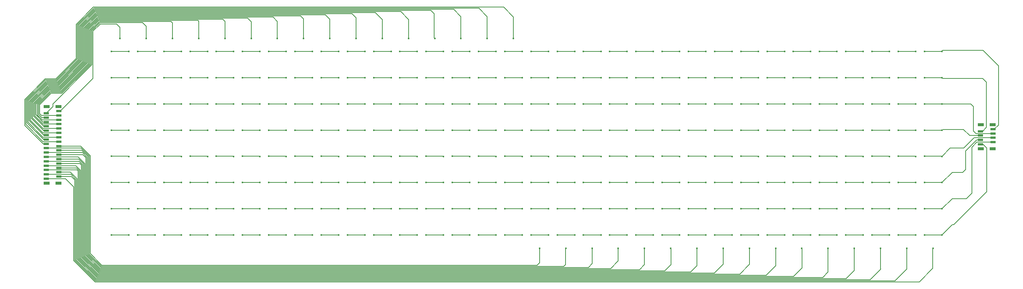
<source format=gbl>
G04 #@! TF.GenerationSoftware,KiCad,Pcbnew,6.0.8+dfsg-1~bpo11+1*
G04 #@! TF.CreationDate,2023-06-19T09:59:53-04:00*
G04 #@! TF.ProjectId,08_padded_interleaved_loose,30385f70-6164-4646-9564-5f696e746572,rev?*
G04 #@! TF.SameCoordinates,Original*
G04 #@! TF.FileFunction,Copper,L2,Bot*
G04 #@! TF.FilePolarity,Positive*
%FSLAX46Y46*%
G04 Gerber Fmt 4.6, Leading zero omitted, Abs format (unit mm)*
G04 Created by KiCad (PCBNEW 6.0.8+dfsg-1~bpo11+1) date 2023-06-19 09:59:53*
%MOMM*%
%LPD*%
G01*
G04 APERTURE LIST*
G04 #@! TA.AperFunction,SMDPad,CuDef*
%ADD10R,1.200000X0.600000*%
G04 #@! TD*
G04 #@! TA.AperFunction,SMDPad,CuDef*
%ADD11R,1.400000X0.800000*%
G04 #@! TD*
G04 #@! TA.AperFunction,ViaPad*
%ADD12C,0.400000*%
G04 #@! TD*
G04 #@! TA.AperFunction,Conductor*
%ADD13C,0.127000*%
G04 #@! TD*
G04 APERTURE END LIST*
D10*
X52125000Y-72625000D03*
X49225000Y-73125000D03*
X52125000Y-73625000D03*
X49225000Y-74125000D03*
X52125000Y-74625000D03*
X49225000Y-75125000D03*
X52125000Y-75625000D03*
X49225000Y-76125000D03*
X52125000Y-76625000D03*
X49225000Y-77125000D03*
X52125000Y-77625000D03*
X49225000Y-78125000D03*
X52125000Y-78625000D03*
X49225000Y-79125000D03*
X52125000Y-79625000D03*
X49225000Y-80125000D03*
X52125000Y-80625000D03*
X49225000Y-81125000D03*
X52125000Y-81625000D03*
X49225000Y-82125000D03*
X52125000Y-82625000D03*
X49225000Y-83125000D03*
X52125000Y-83625000D03*
X49225000Y-84125000D03*
X52125000Y-84625000D03*
X49225000Y-85125000D03*
X52125000Y-85625000D03*
X49225000Y-86125000D03*
X52125000Y-86625000D03*
X49225000Y-87125000D03*
X52125000Y-87625000D03*
X49225000Y-88125000D03*
D11*
X52025000Y-71625000D03*
X49325000Y-71625000D03*
X52025000Y-89125000D03*
X49325000Y-89125000D03*
D10*
X265775000Y-76750000D03*
X262875000Y-77250000D03*
X265775000Y-77750000D03*
X262875000Y-78250000D03*
X265775000Y-78750000D03*
X262875000Y-79250000D03*
X265775000Y-79750000D03*
X262875000Y-80250000D03*
D11*
X265675000Y-75750000D03*
X262975000Y-75750000D03*
X265675000Y-81250000D03*
X262975000Y-81250000D03*
D12*
X178100000Y-58990000D03*
X244100000Y-58990000D03*
X98080000Y-59000000D03*
X140080000Y-59000000D03*
X202100000Y-58990000D03*
X76100000Y-58990000D03*
X176080000Y-59000000D03*
X130100000Y-58990000D03*
X220100000Y-58990000D03*
X226100000Y-58990000D03*
X112100000Y-58990000D03*
X188080000Y-59000000D03*
X236080000Y-59000000D03*
X172100000Y-58990000D03*
X142100000Y-58990000D03*
X254080000Y-59000000D03*
X242080000Y-59000000D03*
X166100000Y-58990000D03*
X250100000Y-58990000D03*
X200080000Y-59000000D03*
X224080000Y-59000000D03*
X134080000Y-59000000D03*
X80080000Y-59000000D03*
X124100000Y-58990000D03*
X160100000Y-58990000D03*
X184100000Y-58990000D03*
X208100000Y-58990000D03*
X136100000Y-58990000D03*
X128080000Y-59000000D03*
X116080000Y-59000000D03*
X212080000Y-59000000D03*
X248080000Y-59000000D03*
X68080000Y-59000000D03*
X86080000Y-59000000D03*
X196100000Y-58990000D03*
X122080000Y-59000000D03*
X100100000Y-58990000D03*
X232100000Y-58990000D03*
X182080000Y-59000000D03*
X238100000Y-58990000D03*
X74080000Y-59000000D03*
X70100000Y-58990000D03*
X194080000Y-59000000D03*
X88100000Y-58990000D03*
X230080000Y-59000000D03*
X104080000Y-59000000D03*
X118100000Y-58990000D03*
X154100000Y-58990000D03*
X106100000Y-58990000D03*
X218080000Y-59000000D03*
X158080000Y-59000000D03*
X170080000Y-59000000D03*
X64100000Y-58990000D03*
X214100000Y-58990000D03*
X94100000Y-58990000D03*
X110080000Y-59000000D03*
X164080000Y-59000000D03*
X92080000Y-59000000D03*
X146080000Y-59000000D03*
X148100000Y-58990000D03*
X190100000Y-58990000D03*
X82100000Y-58990000D03*
X206080000Y-59000000D03*
X152080000Y-59000000D03*
X208100000Y-64990000D03*
X218080000Y-65000000D03*
X122080000Y-65000000D03*
X152080000Y-65000000D03*
X188080000Y-65000000D03*
X146080000Y-65000000D03*
X134080000Y-65000000D03*
X164080000Y-65000000D03*
X154100000Y-64990000D03*
X230080000Y-65000000D03*
X238100000Y-64990000D03*
X226100000Y-64990000D03*
X112100000Y-64990000D03*
X148100000Y-64990000D03*
X130100000Y-64990000D03*
X92080000Y-65000000D03*
X254080000Y-65000000D03*
X104080000Y-65000000D03*
X64100000Y-64990000D03*
X194080000Y-65000000D03*
X98080000Y-65000000D03*
X236080000Y-65000000D03*
X250100000Y-64990000D03*
X176080000Y-65000000D03*
X82100000Y-64990000D03*
X196100000Y-64990000D03*
X124100000Y-64990000D03*
X224080000Y-65000000D03*
X86080000Y-65000000D03*
X118100000Y-64990000D03*
X160100000Y-64990000D03*
X94100000Y-64990000D03*
X220100000Y-64990000D03*
X172100000Y-64990000D03*
X190100000Y-64990000D03*
X140080000Y-65000000D03*
X136100000Y-64990000D03*
X184100000Y-64990000D03*
X182080000Y-65000000D03*
X80080000Y-65000000D03*
X106100000Y-64990000D03*
X248080000Y-65000000D03*
X206080000Y-65000000D03*
X166100000Y-64990000D03*
X68080000Y-65000000D03*
X200080000Y-65000000D03*
X76100000Y-64990000D03*
X70100000Y-64990000D03*
X242080000Y-65000000D03*
X100100000Y-64990000D03*
X128080000Y-65000000D03*
X110080000Y-65000000D03*
X214100000Y-64990000D03*
X212080000Y-65000000D03*
X244100000Y-64990000D03*
X158080000Y-65000000D03*
X142100000Y-64990000D03*
X202100000Y-64990000D03*
X232100000Y-64990000D03*
X88100000Y-64990000D03*
X178100000Y-64990000D03*
X74080000Y-65000000D03*
X116080000Y-65000000D03*
X170080000Y-65000000D03*
X134080000Y-71000000D03*
X86080000Y-71000000D03*
X224080000Y-71000000D03*
X244100000Y-70990000D03*
X74080000Y-71000000D03*
X106100000Y-70990000D03*
X154100000Y-70990000D03*
X104080000Y-71000000D03*
X92080000Y-71000000D03*
X112100000Y-70990000D03*
X68080000Y-71000000D03*
X166100000Y-70990000D03*
X136100000Y-70990000D03*
X110080000Y-71000000D03*
X70100000Y-70990000D03*
X140080000Y-71000000D03*
X208100000Y-70990000D03*
X254080000Y-71000000D03*
X160100000Y-70990000D03*
X100100000Y-70990000D03*
X188080000Y-71000000D03*
X170080000Y-71000000D03*
X76100000Y-70990000D03*
X226100000Y-70990000D03*
X130100000Y-70990000D03*
X250100000Y-70990000D03*
X238100000Y-70990000D03*
X200080000Y-71000000D03*
X214100000Y-70990000D03*
X124100000Y-70990000D03*
X98080000Y-71000000D03*
X64100000Y-70990000D03*
X190100000Y-70990000D03*
X182080000Y-71000000D03*
X220100000Y-70990000D03*
X82100000Y-70990000D03*
X178100000Y-70990000D03*
X206080000Y-71000000D03*
X158080000Y-71000000D03*
X196100000Y-70990000D03*
X128080000Y-71000000D03*
X142100000Y-70990000D03*
X164080000Y-71000000D03*
X194080000Y-71000000D03*
X242080000Y-71000000D03*
X232100000Y-70990000D03*
X88100000Y-70990000D03*
X184100000Y-70990000D03*
X248080000Y-71000000D03*
X118100000Y-70990000D03*
X116080000Y-71000000D03*
X122080000Y-71000000D03*
X176080000Y-71000000D03*
X80080000Y-71000000D03*
X218080000Y-71000000D03*
X172100000Y-70990000D03*
X212080000Y-71000000D03*
X152080000Y-71000000D03*
X236080000Y-71000000D03*
X202100000Y-70990000D03*
X230080000Y-71000000D03*
X148100000Y-70990000D03*
X146080000Y-71000000D03*
X94100000Y-70990000D03*
X212080000Y-77000000D03*
X250100000Y-76990000D03*
X166100000Y-76990000D03*
X68080000Y-77000000D03*
X76100000Y-76990000D03*
X148100000Y-76990000D03*
X122080000Y-77000000D03*
X104080000Y-77000000D03*
X88100000Y-76990000D03*
X142100000Y-76990000D03*
X154100000Y-76990000D03*
X116080000Y-77000000D03*
X140080000Y-77000000D03*
X64100000Y-76990000D03*
X184100000Y-76990000D03*
X200080000Y-77000000D03*
X74080000Y-77000000D03*
X110080000Y-77000000D03*
X214100000Y-76990000D03*
X220100000Y-76990000D03*
X206080000Y-77000000D03*
X254080000Y-77000000D03*
X238100000Y-76990000D03*
X70100000Y-76990000D03*
X146080000Y-77000000D03*
X112100000Y-76990000D03*
X182080000Y-77000000D03*
X244100000Y-76990000D03*
X202100000Y-76990000D03*
X136100000Y-76990000D03*
X248080000Y-77000000D03*
X176080000Y-77000000D03*
X178100000Y-76990000D03*
X80080000Y-77000000D03*
X134080000Y-77000000D03*
X164080000Y-77000000D03*
X194080000Y-77000000D03*
X118100000Y-76990000D03*
X232100000Y-76990000D03*
X230080000Y-77000000D03*
X94100000Y-76990000D03*
X160100000Y-76990000D03*
X124100000Y-76990000D03*
X152080000Y-77000000D03*
X172100000Y-76990000D03*
X158080000Y-77000000D03*
X208100000Y-76990000D03*
X130100000Y-76990000D03*
X128080000Y-77000000D03*
X170080000Y-77000000D03*
X188080000Y-77000000D03*
X226100000Y-76990000D03*
X224080000Y-77000000D03*
X236080000Y-77000000D03*
X86080000Y-77000000D03*
X190100000Y-76990000D03*
X82100000Y-76990000D03*
X100100000Y-76990000D03*
X218080000Y-77000000D03*
X92080000Y-77000000D03*
X196100000Y-76990000D03*
X98080000Y-77000000D03*
X242080000Y-77000000D03*
X106100000Y-76990000D03*
X142100000Y-82990000D03*
X232100000Y-82990000D03*
X122080000Y-83000000D03*
X92080000Y-83000000D03*
X226100000Y-82990000D03*
X194080000Y-83000000D03*
X208100000Y-82990000D03*
X68080000Y-83000000D03*
X218080000Y-83000000D03*
X94100000Y-82990000D03*
X136100000Y-82990000D03*
X106100000Y-82990000D03*
X88100000Y-82990000D03*
X112100000Y-82990000D03*
X82100000Y-82990000D03*
X130100000Y-82990000D03*
X118100000Y-82990000D03*
X206080000Y-83000000D03*
X236080000Y-83000000D03*
X242080000Y-83000000D03*
X160100000Y-82990000D03*
X214100000Y-82990000D03*
X212080000Y-83000000D03*
X70100000Y-82990000D03*
X164080000Y-83000000D03*
X146080000Y-83000000D03*
X76100000Y-82990000D03*
X80080000Y-83000000D03*
X188080000Y-83000000D03*
X172100000Y-82990000D03*
X244100000Y-82990000D03*
X166100000Y-82990000D03*
X124100000Y-82990000D03*
X64100000Y-82990000D03*
X254080000Y-83000000D03*
X128080000Y-83000000D03*
X200080000Y-83000000D03*
X220100000Y-82990000D03*
X154100000Y-82990000D03*
X196100000Y-82990000D03*
X178100000Y-82990000D03*
X184100000Y-82990000D03*
X224080000Y-83000000D03*
X134080000Y-83000000D03*
X152080000Y-83000000D03*
X182080000Y-83000000D03*
X110080000Y-83000000D03*
X98080000Y-83000000D03*
X250100000Y-82990000D03*
X86080000Y-83000000D03*
X104080000Y-83000000D03*
X230080000Y-83000000D03*
X176080000Y-83000000D03*
X170080000Y-83000000D03*
X190100000Y-82990000D03*
X248080000Y-83000000D03*
X74080000Y-83000000D03*
X140080000Y-83000000D03*
X148100000Y-82990000D03*
X116080000Y-83000000D03*
X202100000Y-82990000D03*
X238100000Y-82990000D03*
X158080000Y-83000000D03*
X100100000Y-82990000D03*
X70100000Y-88990000D03*
X212080000Y-89000000D03*
X236080000Y-89000000D03*
X64100000Y-88990000D03*
X76100000Y-88990000D03*
X88100000Y-88990000D03*
X190100000Y-88990000D03*
X86080000Y-89000000D03*
X142100000Y-88990000D03*
X172100000Y-88990000D03*
X80080000Y-89000000D03*
X74080000Y-89000000D03*
X206080000Y-89000000D03*
X100100000Y-88990000D03*
X154100000Y-88990000D03*
X176080000Y-89000000D03*
X124100000Y-88990000D03*
X238100000Y-88990000D03*
X82100000Y-88990000D03*
X106100000Y-88990000D03*
X178100000Y-88990000D03*
X184100000Y-88990000D03*
X194080000Y-89000000D03*
X134080000Y-89000000D03*
X158080000Y-89000000D03*
X130100000Y-88990000D03*
X218080000Y-89000000D03*
X224080000Y-89000000D03*
X140080000Y-89000000D03*
X160100000Y-88990000D03*
X104080000Y-89000000D03*
X118100000Y-88990000D03*
X230080000Y-89000000D03*
X196100000Y-88990000D03*
X208100000Y-88990000D03*
X220100000Y-88990000D03*
X136100000Y-88990000D03*
X166100000Y-88990000D03*
X116080000Y-89000000D03*
X110080000Y-89000000D03*
X250100000Y-88990000D03*
X214100000Y-88990000D03*
X92080000Y-89000000D03*
X98080000Y-89000000D03*
X232100000Y-88990000D03*
X128080000Y-89000000D03*
X94100000Y-88990000D03*
X254080000Y-89000000D03*
X164080000Y-89000000D03*
X68080000Y-89000000D03*
X170080000Y-89000000D03*
X148100000Y-88990000D03*
X244100000Y-88990000D03*
X112100000Y-88990000D03*
X202100000Y-88990000D03*
X188080000Y-89000000D03*
X122080000Y-89000000D03*
X200080000Y-89000000D03*
X182080000Y-89000000D03*
X242080000Y-89000000D03*
X226100000Y-88990000D03*
X146080000Y-89000000D03*
X248080000Y-89000000D03*
X152080000Y-89000000D03*
X158080000Y-95000000D03*
X194080000Y-95000000D03*
X146080000Y-95000000D03*
X124100000Y-94990000D03*
X122080000Y-95000000D03*
X140080000Y-95000000D03*
X86080000Y-95000000D03*
X170080000Y-95000000D03*
X100100000Y-94990000D03*
X230080000Y-95000000D03*
X188080000Y-95000000D03*
X88100000Y-94990000D03*
X76100000Y-94990000D03*
X190100000Y-94990000D03*
X212080000Y-95000000D03*
X64100000Y-94990000D03*
X136100000Y-94990000D03*
X154100000Y-94990000D03*
X238100000Y-94990000D03*
X134080000Y-95000000D03*
X112100000Y-94990000D03*
X74080000Y-95000000D03*
X226100000Y-94990000D03*
X220100000Y-94990000D03*
X98080000Y-95000000D03*
X208100000Y-94990000D03*
X92080000Y-95000000D03*
X142100000Y-94990000D03*
X104080000Y-95000000D03*
X128080000Y-95000000D03*
X178100000Y-94990000D03*
X236080000Y-95000000D03*
X166100000Y-94990000D03*
X218080000Y-95000000D03*
X214100000Y-94990000D03*
X116080000Y-95000000D03*
X106100000Y-94990000D03*
X244100000Y-94990000D03*
X182080000Y-95000000D03*
X224080000Y-95000000D03*
X206080000Y-95000000D03*
X248080000Y-95000000D03*
X232100000Y-94990000D03*
X164080000Y-95000000D03*
X70100000Y-94990000D03*
X110080000Y-95000000D03*
X160100000Y-94990000D03*
X80080000Y-95000000D03*
X200080000Y-95000000D03*
X152080000Y-95000000D03*
X172100000Y-94990000D03*
X242080000Y-95000000D03*
X184100000Y-94990000D03*
X250100000Y-94990000D03*
X254080000Y-95000000D03*
X68080000Y-95000000D03*
X130100000Y-94990000D03*
X82100000Y-94990000D03*
X196100000Y-94990000D03*
X202100000Y-94990000D03*
X148100000Y-94990000D03*
X94100000Y-94990000D03*
X118100000Y-94990000D03*
X176080000Y-95000000D03*
X158080000Y-101000000D03*
X166100000Y-100990000D03*
X214100000Y-100990000D03*
X226100000Y-100990000D03*
X122080000Y-101000000D03*
X188080000Y-101000000D03*
X118100000Y-100990000D03*
X176080000Y-101000000D03*
X236080000Y-101000000D03*
X110080000Y-101000000D03*
X86080000Y-101000000D03*
X182080000Y-101000000D03*
X200080000Y-101000000D03*
X190100000Y-100990000D03*
X230080000Y-101000000D03*
X194080000Y-101000000D03*
X208100000Y-100990000D03*
X206080000Y-101000000D03*
X116080000Y-101000000D03*
X106100000Y-100990000D03*
X220100000Y-100990000D03*
X100100000Y-100990000D03*
X136100000Y-100990000D03*
X244100000Y-100990000D03*
X172100000Y-100990000D03*
X178100000Y-100990000D03*
X242080000Y-101000000D03*
X232100000Y-100990000D03*
X218080000Y-101000000D03*
X152080000Y-101000000D03*
X160100000Y-100990000D03*
X124100000Y-100990000D03*
X238100000Y-100990000D03*
X68080000Y-101000000D03*
X130100000Y-100990000D03*
X148100000Y-100990000D03*
X142100000Y-100990000D03*
X112100000Y-100990000D03*
X88100000Y-100990000D03*
X212080000Y-101000000D03*
X224080000Y-101000000D03*
X80080000Y-101000000D03*
X98080000Y-101000000D03*
X202100000Y-100990000D03*
X140080000Y-101000000D03*
X92080000Y-101000000D03*
X74080000Y-101000000D03*
X70100000Y-100990000D03*
X146080000Y-101000000D03*
X94100000Y-100990000D03*
X250100000Y-100990000D03*
X128080000Y-101000000D03*
X254080000Y-101000000D03*
X170080000Y-101000000D03*
X248080000Y-101000000D03*
X104080000Y-101000000D03*
X76100000Y-100990000D03*
X64100000Y-100990000D03*
X164080000Y-101000000D03*
X154100000Y-100990000D03*
X82100000Y-100990000D03*
X134080000Y-101000000D03*
X184100000Y-100990000D03*
X196100000Y-100990000D03*
X66075000Y-56050000D03*
X72075000Y-56050000D03*
X78075000Y-56050000D03*
X84075000Y-56050000D03*
X90075000Y-56050000D03*
X96075000Y-56050000D03*
X102075000Y-56050000D03*
X108075000Y-56050000D03*
X114075000Y-56050000D03*
X120075000Y-56050000D03*
X126075000Y-56050000D03*
X132075000Y-56050000D03*
X138075000Y-56050000D03*
X144075000Y-56050000D03*
X150075000Y-56050000D03*
X156075000Y-56050000D03*
X162050000Y-104000000D03*
X168050000Y-104000000D03*
X174050000Y-104000000D03*
X180050000Y-104000000D03*
X186050000Y-104000000D03*
X192050000Y-104000000D03*
X198050000Y-104000000D03*
X204050000Y-104000000D03*
X210050000Y-104000000D03*
X216050000Y-104000000D03*
X222050000Y-104000000D03*
X228050000Y-104000000D03*
X234050000Y-104000000D03*
X240050000Y-104000000D03*
X246050000Y-104000000D03*
X252050000Y-104000000D03*
D13*
X263500000Y-58775000D02*
X254305000Y-58775000D01*
X68070000Y-58990000D02*
X68080000Y-59000000D01*
X178100000Y-58990000D02*
X182070000Y-58990000D01*
X100100000Y-58990000D02*
X104070000Y-58990000D01*
X64100000Y-58990000D02*
X68070000Y-58990000D01*
X160100000Y-58990000D02*
X164070000Y-58990000D01*
X76100000Y-58990000D02*
X80070000Y-58990000D01*
X196100000Y-58990000D02*
X200070000Y-58990000D01*
X190100000Y-58990000D02*
X194070000Y-58990000D01*
X112100000Y-58990000D02*
X116070000Y-58990000D01*
X238100000Y-58990000D02*
X242070000Y-58990000D01*
X202100000Y-58990000D02*
X206070000Y-58990000D01*
X106100000Y-58990000D02*
X110070000Y-58990000D01*
X250100000Y-58990000D02*
X254070000Y-58990000D01*
X70100000Y-58990000D02*
X74070000Y-58990000D01*
X220100000Y-58990000D02*
X224070000Y-58990000D01*
X208100000Y-58990000D02*
X212070000Y-58990000D01*
X244100000Y-58990000D02*
X248070000Y-58990000D01*
X88100000Y-58990000D02*
X92070000Y-58990000D01*
X267025000Y-75800000D02*
X267025000Y-62300000D01*
X184100000Y-58990000D02*
X188070000Y-58990000D01*
X166100000Y-58990000D02*
X170070000Y-58990000D01*
X266075000Y-76750000D02*
X267025000Y-75800000D01*
X130100000Y-58990000D02*
X134070000Y-58990000D01*
X136100000Y-58990000D02*
X140070000Y-58990000D01*
X232100000Y-58990000D02*
X236070000Y-58990000D01*
X142100000Y-58990000D02*
X146070000Y-58990000D01*
X94100000Y-58990000D02*
X98070000Y-58990000D01*
X254305000Y-58775000D02*
X254080000Y-59000000D01*
X214100000Y-58990000D02*
X218070000Y-58990000D01*
X265775000Y-76750000D02*
X266075000Y-76750000D01*
X172100000Y-58990000D02*
X176070000Y-58990000D01*
X226100000Y-58990000D02*
X230070000Y-58990000D01*
X124100000Y-58990000D02*
X128070000Y-58990000D01*
X118100000Y-58990000D02*
X122070000Y-58990000D01*
X82100000Y-58990000D02*
X86070000Y-58990000D01*
X154100000Y-58990000D02*
X158070000Y-58990000D01*
X267025000Y-62300000D02*
X263500000Y-58775000D01*
X148100000Y-58990000D02*
X152070000Y-58990000D01*
X226100000Y-64990000D02*
X230070000Y-64990000D01*
X214100000Y-64990000D02*
X218070000Y-64990000D01*
X196100000Y-64990000D02*
X200070000Y-64990000D01*
X142100000Y-64990000D02*
X146070000Y-64990000D01*
X250100000Y-64990000D02*
X254070000Y-64990000D01*
X130100000Y-64990000D02*
X134070000Y-64990000D01*
X76100000Y-64990000D02*
X80070000Y-64990000D01*
X124100000Y-64990000D02*
X128070000Y-64990000D01*
X136100000Y-64990000D02*
X140070000Y-64990000D01*
X184100000Y-64990000D02*
X188070000Y-64990000D01*
X208100000Y-64990000D02*
X212070000Y-64990000D01*
X82100000Y-64990000D02*
X86070000Y-64990000D01*
X232100000Y-64990000D02*
X236070000Y-64990000D01*
X244100000Y-64990000D02*
X248070000Y-64990000D01*
X64100000Y-64990000D02*
X68070000Y-64990000D01*
X100100000Y-64990000D02*
X104070000Y-64990000D01*
X70100000Y-64990000D02*
X74070000Y-64990000D01*
X160100000Y-64990000D02*
X164070000Y-64990000D01*
X263375000Y-77250000D02*
X264300000Y-76325000D01*
X220100000Y-64990000D02*
X224070000Y-64990000D01*
X148100000Y-64990000D02*
X152070000Y-64990000D01*
X254230000Y-65150000D02*
X254080000Y-65000000D01*
X264300000Y-76325000D02*
X264300000Y-66050000D01*
X94100000Y-64990000D02*
X98070000Y-64990000D01*
X178100000Y-64990000D02*
X182070000Y-64990000D01*
X166100000Y-64990000D02*
X170070000Y-64990000D01*
X264300000Y-66050000D02*
X263400000Y-65150000D01*
X262875000Y-77250000D02*
X263375000Y-77250000D01*
X263400000Y-65150000D02*
X254230000Y-65150000D01*
X118100000Y-64990000D02*
X122070000Y-64990000D01*
X88100000Y-64990000D02*
X92070000Y-64990000D01*
X190100000Y-64990000D02*
X194070000Y-64990000D01*
X106100000Y-64990000D02*
X110070000Y-64990000D01*
X112100000Y-64990000D02*
X116070000Y-64990000D01*
X202100000Y-64990000D02*
X206070000Y-64990000D01*
X238100000Y-64990000D02*
X242070000Y-64990000D01*
X154100000Y-64990000D02*
X158070000Y-64990000D01*
X172100000Y-64990000D02*
X176070000Y-64990000D01*
X112100000Y-70990000D02*
X116070000Y-70990000D01*
X261325000Y-71600000D02*
X260700000Y-70975000D01*
X220100000Y-70990000D02*
X224070000Y-70990000D01*
X154100000Y-70990000D02*
X158070000Y-70990000D01*
X148100000Y-70990000D02*
X152070000Y-70990000D01*
X178100000Y-70990000D02*
X182070000Y-70990000D01*
X184100000Y-70990000D02*
X188070000Y-70990000D01*
X232100000Y-70990000D02*
X236070000Y-70990000D01*
X214100000Y-70990000D02*
X218070000Y-70990000D01*
X88100000Y-70990000D02*
X92070000Y-70990000D01*
X196100000Y-70990000D02*
X200070000Y-70990000D01*
X166100000Y-70990000D02*
X170070000Y-70990000D01*
X238100000Y-70990000D02*
X242070000Y-70990000D01*
X190100000Y-70990000D02*
X194070000Y-70990000D01*
X130100000Y-70990000D02*
X134070000Y-70990000D01*
X142100000Y-70990000D02*
X146070000Y-70990000D01*
X250100000Y-70990000D02*
X254070000Y-70990000D01*
X261850000Y-77750000D02*
X261325000Y-77225000D01*
X172100000Y-70990000D02*
X176070000Y-70990000D01*
X64100000Y-70990000D02*
X68070000Y-70990000D01*
X265775000Y-77750000D02*
X261850000Y-77750000D01*
X136100000Y-70990000D02*
X140070000Y-70990000D01*
X160100000Y-70990000D02*
X164070000Y-70990000D01*
X226100000Y-70990000D02*
X230070000Y-70990000D01*
X244100000Y-70990000D02*
X248070000Y-70990000D01*
X254105000Y-70975000D02*
X254080000Y-71000000D01*
X260700000Y-70975000D02*
X254105000Y-70975000D01*
X94100000Y-70990000D02*
X98070000Y-70990000D01*
X118100000Y-70990000D02*
X122070000Y-70990000D01*
X261325000Y-77225000D02*
X261325000Y-71600000D01*
X208100000Y-70990000D02*
X212070000Y-70990000D01*
X82100000Y-70990000D02*
X86070000Y-70990000D01*
X202100000Y-70990000D02*
X206070000Y-70990000D01*
X70100000Y-70990000D02*
X74070000Y-70990000D01*
X106100000Y-70990000D02*
X110070000Y-70990000D01*
X124100000Y-70990000D02*
X128070000Y-70990000D01*
X100100000Y-70990000D02*
X104070000Y-70990000D01*
X76100000Y-70990000D02*
X80070000Y-70990000D01*
X148100000Y-76990000D02*
X152070000Y-76990000D01*
X106100000Y-76990000D02*
X110070000Y-76990000D01*
X220100000Y-76990000D02*
X224070000Y-76990000D01*
X142100000Y-76990000D02*
X146070000Y-76990000D01*
X130100000Y-76990000D02*
X134070000Y-76990000D01*
X232100000Y-76990000D02*
X236070000Y-76990000D01*
X166100000Y-76990000D02*
X170070000Y-76990000D01*
X76100000Y-76990000D02*
X80070000Y-76990000D01*
X250100000Y-76990000D02*
X254070000Y-76990000D01*
X202100000Y-76990000D02*
X206070000Y-76990000D01*
X70100000Y-76990000D02*
X74070000Y-76990000D01*
X244100000Y-76990000D02*
X248070000Y-76990000D01*
X124100000Y-76990000D02*
X128070000Y-76990000D01*
X136100000Y-76990000D02*
X140070000Y-76990000D01*
X208100000Y-76990000D02*
X212070000Y-76990000D01*
X260450000Y-78250000D02*
X259050000Y-76850000D01*
X238100000Y-76990000D02*
X242070000Y-76990000D01*
X94100000Y-76990000D02*
X98070000Y-76990000D01*
X226100000Y-76990000D02*
X230070000Y-76990000D01*
X254230000Y-76850000D02*
X254080000Y-77000000D01*
X100100000Y-76990000D02*
X104070000Y-76990000D01*
X259050000Y-76850000D02*
X254230000Y-76850000D01*
X262875000Y-78250000D02*
X260450000Y-78250000D01*
X172100000Y-76990000D02*
X176070000Y-76990000D01*
X112100000Y-76990000D02*
X116070000Y-76990000D01*
X190100000Y-76990000D02*
X194070000Y-76990000D01*
X82100000Y-76990000D02*
X86070000Y-76990000D01*
X184100000Y-76990000D02*
X188070000Y-76990000D01*
X178100000Y-76990000D02*
X182070000Y-76990000D01*
X118100000Y-76990000D02*
X122070000Y-76990000D01*
X88100000Y-76990000D02*
X92070000Y-76990000D01*
X196100000Y-76990000D02*
X200070000Y-76990000D01*
X214100000Y-76990000D02*
X218070000Y-76990000D01*
X154100000Y-76990000D02*
X158070000Y-76990000D01*
X64100000Y-76990000D02*
X68070000Y-76990000D01*
X160100000Y-76990000D02*
X164070000Y-76990000D01*
X214100000Y-82990000D02*
X218070000Y-82990000D01*
X148100000Y-82990000D02*
X152070000Y-82990000D01*
X259062500Y-81112500D02*
X255967500Y-81112500D01*
X154100000Y-82990000D02*
X158070000Y-82990000D01*
X172100000Y-82990000D02*
X176070000Y-82990000D01*
X64100000Y-82990000D02*
X68070000Y-82990000D01*
X244100000Y-82990000D02*
X248070000Y-82990000D01*
X70100000Y-82990000D02*
X74070000Y-82990000D01*
X232100000Y-82990000D02*
X236070000Y-82990000D01*
X238100000Y-82990000D02*
X242070000Y-82990000D01*
X196100000Y-82990000D02*
X200070000Y-82990000D01*
X265775000Y-78750000D02*
X261425000Y-78750000D01*
X208100000Y-82990000D02*
X212070000Y-82990000D01*
X130100000Y-82990000D02*
X134070000Y-82990000D01*
X76100000Y-82990000D02*
X80070000Y-82990000D01*
X226100000Y-82990000D02*
X230070000Y-82990000D01*
X142100000Y-82990000D02*
X146070000Y-82990000D01*
X250100000Y-82990000D02*
X254070000Y-82990000D01*
X100100000Y-82990000D02*
X104070000Y-82990000D01*
X82100000Y-82990000D02*
X86070000Y-82990000D01*
X94100000Y-82990000D02*
X98070000Y-82990000D01*
X160100000Y-82990000D02*
X164070000Y-82990000D01*
X202100000Y-82990000D02*
X206070000Y-82990000D01*
X255967500Y-81112500D02*
X254080000Y-83000000D01*
X136100000Y-82990000D02*
X140070000Y-82990000D01*
X220100000Y-82990000D02*
X224070000Y-82990000D01*
X118100000Y-82990000D02*
X122070000Y-82990000D01*
X190100000Y-82990000D02*
X194070000Y-82990000D01*
X88100000Y-82990000D02*
X92070000Y-82990000D01*
X178100000Y-82990000D02*
X182070000Y-82990000D01*
X106100000Y-82990000D02*
X110070000Y-82990000D01*
X112100000Y-82990000D02*
X116070000Y-82990000D01*
X124100000Y-82990000D02*
X128070000Y-82990000D01*
X261425000Y-78750000D02*
X259062500Y-81112500D01*
X184100000Y-82990000D02*
X188070000Y-82990000D01*
X166100000Y-82990000D02*
X170070000Y-82990000D01*
X112100000Y-88990000D02*
X116070000Y-88990000D01*
X238100000Y-88990000D02*
X242070000Y-88990000D01*
X82100000Y-88990000D02*
X86070000Y-88990000D01*
X259500000Y-86000000D02*
X259500000Y-81775000D01*
X100100000Y-88990000D02*
X104070000Y-88990000D01*
X178100000Y-88990000D02*
X182070000Y-88990000D01*
X258850000Y-86650000D02*
X256430000Y-86650000D01*
X184100000Y-88990000D02*
X188070000Y-88990000D01*
X250100000Y-88990000D02*
X254070000Y-88990000D01*
X226100000Y-88990000D02*
X230070000Y-88990000D01*
X262025000Y-79250000D02*
X262875000Y-79250000D01*
X106100000Y-88990000D02*
X110070000Y-88990000D01*
X202100000Y-88990000D02*
X206070000Y-88990000D01*
X256430000Y-86650000D02*
X254080000Y-89000000D01*
X196100000Y-88990000D02*
X200070000Y-88990000D01*
X232100000Y-88990000D02*
X236070000Y-88990000D01*
X142100000Y-88990000D02*
X146070000Y-88990000D01*
X166100000Y-88990000D02*
X170070000Y-88990000D01*
X208100000Y-88990000D02*
X212070000Y-88990000D01*
X190100000Y-88990000D02*
X194070000Y-88990000D01*
X118100000Y-88990000D02*
X122070000Y-88990000D01*
X160100000Y-88990000D02*
X164070000Y-88990000D01*
X259500000Y-81775000D02*
X262025000Y-79250000D01*
X88100000Y-88990000D02*
X92070000Y-88990000D01*
X70100000Y-88990000D02*
X74070000Y-88990000D01*
X136100000Y-88990000D02*
X140070000Y-88990000D01*
X258850000Y-86650000D02*
X259500000Y-86000000D01*
X172100000Y-88990000D02*
X176070000Y-88990000D01*
X64100000Y-88990000D02*
X68070000Y-88990000D01*
X76100000Y-88990000D02*
X80070000Y-88990000D01*
X130100000Y-88990000D02*
X134070000Y-88990000D01*
X94100000Y-88990000D02*
X98070000Y-88990000D01*
X124100000Y-88990000D02*
X128070000Y-88990000D01*
X154100000Y-88990000D02*
X158070000Y-88990000D01*
X244100000Y-88990000D02*
X248070000Y-88990000D01*
X214100000Y-88990000D02*
X218070000Y-88990000D01*
X148100000Y-88990000D02*
X152070000Y-88990000D01*
X220100000Y-88990000D02*
X224070000Y-88990000D01*
X160100000Y-94990000D02*
X164070000Y-94990000D01*
X259725000Y-92650000D02*
X260950000Y-91425000D01*
X64100000Y-94990000D02*
X68070000Y-94990000D01*
X130100000Y-94990000D02*
X134070000Y-94990000D01*
X259725000Y-92650000D02*
X256430000Y-92650000D01*
X260950000Y-80894000D02*
X262094000Y-79750000D01*
X260950000Y-91425000D02*
X260950000Y-80894000D01*
X88100000Y-94990000D02*
X92070000Y-94990000D01*
X256430000Y-92650000D02*
X254080000Y-95000000D01*
X100100000Y-94990000D02*
X104070000Y-94990000D01*
X250100000Y-94990000D02*
X254070000Y-94990000D01*
X106100000Y-94990000D02*
X110070000Y-94990000D01*
X70100000Y-94990000D02*
X74070000Y-94990000D01*
X208100000Y-94990000D02*
X212070000Y-94990000D01*
X178100000Y-94990000D02*
X182070000Y-94990000D01*
X238100000Y-94990000D02*
X242070000Y-94990000D01*
X94100000Y-94990000D02*
X98070000Y-94990000D01*
X220100000Y-94990000D02*
X224070000Y-94990000D01*
X196100000Y-94990000D02*
X200070000Y-94990000D01*
X118100000Y-94990000D02*
X122070000Y-94990000D01*
X124100000Y-94990000D02*
X128070000Y-94990000D01*
X154100000Y-94990000D02*
X158070000Y-94990000D01*
X142100000Y-94990000D02*
X146070000Y-94990000D01*
X214100000Y-94990000D02*
X218070000Y-94990000D01*
X148100000Y-94990000D02*
X152070000Y-94990000D01*
X202100000Y-94990000D02*
X206070000Y-94990000D01*
X226100000Y-94990000D02*
X230070000Y-94990000D01*
X262094000Y-79750000D02*
X265775000Y-79750000D01*
X136100000Y-94990000D02*
X140070000Y-94990000D01*
X184100000Y-94990000D02*
X188070000Y-94990000D01*
X76100000Y-94990000D02*
X80070000Y-94990000D01*
X82100000Y-94990000D02*
X86070000Y-94990000D01*
X172100000Y-94990000D02*
X176070000Y-94990000D01*
X112100000Y-94990000D02*
X116070000Y-94990000D01*
X232100000Y-94990000D02*
X236070000Y-94990000D01*
X190100000Y-94990000D02*
X194070000Y-94990000D01*
X244100000Y-94990000D02*
X248070000Y-94990000D01*
X166100000Y-94990000D02*
X170070000Y-94990000D01*
X82100000Y-100990000D02*
X86070000Y-100990000D01*
X244100000Y-100990000D02*
X248070000Y-100990000D01*
X196100000Y-100990000D02*
X200070000Y-100990000D01*
X232100000Y-100990000D02*
X236070000Y-100990000D01*
X226100000Y-100990000D02*
X230070000Y-100990000D01*
X106100000Y-100990000D02*
X110070000Y-100990000D01*
X190100000Y-100990000D02*
X194070000Y-100990000D01*
X142100000Y-100990000D02*
X146070000Y-100990000D01*
X208100000Y-100990000D02*
X212070000Y-100990000D01*
X202100000Y-100990000D02*
X206070000Y-100990000D01*
X256775000Y-98650000D02*
X256430000Y-98650000D01*
X100100000Y-100990000D02*
X104070000Y-100990000D01*
X166100000Y-100990000D02*
X170070000Y-100990000D01*
X172100000Y-100990000D02*
X176070000Y-100990000D01*
X214100000Y-100990000D02*
X218070000Y-100990000D01*
X184100000Y-100990000D02*
X188070000Y-100990000D01*
X136100000Y-100990000D02*
X140070000Y-100990000D01*
X70100000Y-100990000D02*
X74070000Y-100990000D01*
X118100000Y-100990000D02*
X122070000Y-100990000D01*
X220100000Y-100990000D02*
X224070000Y-100990000D01*
X94100000Y-100990000D02*
X98070000Y-100990000D01*
X76100000Y-100990000D02*
X80070000Y-100990000D01*
X264325000Y-91100000D02*
X264325000Y-81119000D01*
X130100000Y-100990000D02*
X134070000Y-100990000D01*
X148100000Y-100990000D02*
X152070000Y-100990000D01*
X238100000Y-100990000D02*
X242070000Y-100990000D01*
X250100000Y-100990000D02*
X254070000Y-100990000D01*
X112100000Y-100990000D02*
X116070000Y-100990000D01*
X256430000Y-98650000D02*
X254080000Y-101000000D01*
X256775000Y-98650000D02*
X264325000Y-91100000D01*
X178100000Y-100990000D02*
X182070000Y-100990000D01*
X88100000Y-100990000D02*
X92070000Y-100990000D01*
X263481000Y-80275000D02*
X262950000Y-80275000D01*
X160100000Y-100990000D02*
X164070000Y-100990000D01*
X64100000Y-100990000D02*
X68070000Y-100990000D01*
X154100000Y-100990000D02*
X158070000Y-100990000D01*
X264325000Y-81119000D02*
X263481000Y-80275000D01*
X124100000Y-100990000D02*
X128070000Y-100990000D01*
X61550000Y-52700000D02*
X65325000Y-52700000D01*
X59875000Y-65175000D02*
X59875000Y-54375000D01*
X59875000Y-54375000D02*
X61550000Y-52700000D01*
X66075000Y-53450000D02*
X65325000Y-52700000D01*
X66075000Y-56050000D02*
X66075000Y-53450000D01*
X52425000Y-72625000D02*
X59875000Y-65175000D01*
X52125000Y-72625000D02*
X52425000Y-72625000D01*
X50725000Y-70975000D02*
X59621000Y-62079000D01*
X50725000Y-71625000D02*
X50725000Y-70975000D01*
X59621000Y-54269790D02*
X61465790Y-52425000D01*
X49225000Y-73125000D02*
X50725000Y-71625000D01*
X61465790Y-52425000D02*
X71250000Y-52425000D01*
X72075000Y-56050000D02*
X72075000Y-53250000D01*
X59621000Y-62079000D02*
X59621000Y-54269790D01*
X72075000Y-53250000D02*
X71250000Y-52425000D01*
X52765790Y-68575000D02*
X59367000Y-61973790D01*
X78075000Y-56050000D02*
X78075000Y-52500000D01*
X59367000Y-61973790D02*
X59367000Y-54164580D01*
X48100000Y-73625000D02*
X47700000Y-73225000D01*
X78075000Y-52500000D02*
X77746000Y-52171000D01*
X59367000Y-54164580D02*
X61360580Y-52171000D01*
X52125000Y-73625000D02*
X48100000Y-73625000D01*
X50325000Y-68575000D02*
X52765790Y-68575000D01*
X47700000Y-73225000D02*
X47700000Y-71200000D01*
X47700000Y-71200000D02*
X50325000Y-68575000D01*
X61360580Y-52171000D02*
X77746000Y-52171000D01*
X52660580Y-68321000D02*
X59113000Y-61868580D01*
X59113000Y-54059370D02*
X61255370Y-51917000D01*
X61255370Y-51917000D02*
X83892000Y-51917000D01*
X59113000Y-61868580D02*
X59113000Y-54059370D01*
X48200000Y-74125000D02*
X47446000Y-73371000D01*
X84075000Y-56050000D02*
X84075000Y-52100000D01*
X50219790Y-68321000D02*
X52660580Y-68321000D01*
X47446000Y-73371000D02*
X47446000Y-71094790D01*
X47446000Y-71094790D02*
X50219790Y-68321000D01*
X84075000Y-52100000D02*
X83892000Y-51917000D01*
X49225000Y-74125000D02*
X48200000Y-74125000D01*
X50114580Y-68067000D02*
X47192000Y-70989580D01*
X52555370Y-68067000D02*
X50114580Y-68067000D01*
X47192000Y-70989580D02*
X47192000Y-73517000D01*
X58859000Y-61763370D02*
X52555370Y-68067000D01*
X89563000Y-51663000D02*
X61150160Y-51663000D01*
X61150160Y-51663000D02*
X58859000Y-53954160D01*
X90075000Y-52175000D02*
X89563000Y-51663000D01*
X58859000Y-53954160D02*
X58859000Y-61763370D01*
X90075000Y-56050000D02*
X90075000Y-52175000D01*
X47192000Y-73517000D02*
X48300000Y-74625000D01*
X48300000Y-74625000D02*
X52125000Y-74625000D01*
X96075000Y-56050000D02*
X96075000Y-52250000D01*
X46800000Y-73484210D02*
X48440790Y-75125000D01*
X52450160Y-67813000D02*
X50009370Y-67813000D01*
X48440790Y-75125000D02*
X49225000Y-75125000D01*
X95234000Y-51409000D02*
X61044950Y-51409000D01*
X46800000Y-71022370D02*
X46800000Y-73484210D01*
X58605000Y-61658160D02*
X52450160Y-67813000D01*
X50009370Y-67813000D02*
X46800000Y-71022370D01*
X96075000Y-52250000D02*
X95234000Y-51409000D01*
X58605000Y-53848950D02*
X58605000Y-61658160D01*
X61044950Y-51409000D02*
X58605000Y-53848950D01*
X58351000Y-53743740D02*
X58351000Y-61552950D01*
X46546000Y-70917160D02*
X46546000Y-73727000D01*
X49904160Y-67559000D02*
X46546000Y-70917160D01*
X101080000Y-51155000D02*
X60939740Y-51155000D01*
X102075000Y-56050000D02*
X102075000Y-52150000D01*
X102075000Y-52150000D02*
X101080000Y-51155000D01*
X52344950Y-67559000D02*
X49904160Y-67559000D01*
X46546000Y-73727000D02*
X48444000Y-75625000D01*
X60939740Y-51155000D02*
X58351000Y-53743740D01*
X48444000Y-75625000D02*
X52125000Y-75625000D01*
X58351000Y-61552950D02*
X52344950Y-67559000D01*
X58097000Y-61447740D02*
X52239740Y-67305000D01*
X107401000Y-50901000D02*
X60834530Y-50901000D01*
X108075000Y-56050000D02*
X108075000Y-51575000D01*
X58097000Y-53638530D02*
X58097000Y-61447740D01*
X46292000Y-73832210D02*
X48584790Y-76125000D01*
X108075000Y-51575000D02*
X107401000Y-50901000D01*
X49798950Y-67305000D02*
X46292000Y-70811950D01*
X48584790Y-76125000D02*
X49225000Y-76125000D01*
X60834530Y-50901000D02*
X58097000Y-53638530D01*
X46292000Y-70811950D02*
X46292000Y-73832210D01*
X52239740Y-67305000D02*
X49798950Y-67305000D01*
X60729320Y-50647000D02*
X57843000Y-53533320D01*
X48444000Y-76625000D02*
X52125000Y-76625000D01*
X46038000Y-70706740D02*
X46038000Y-74219000D01*
X57843000Y-61342530D02*
X52134530Y-67051000D01*
X114075000Y-56050000D02*
X114075000Y-51650000D01*
X52134530Y-67051000D02*
X49693740Y-67051000D01*
X113072000Y-50647000D02*
X60729320Y-50647000D01*
X57843000Y-53533320D02*
X57843000Y-61342530D01*
X49693740Y-67051000D02*
X46038000Y-70706740D01*
X46038000Y-74219000D02*
X48444000Y-76625000D01*
X114075000Y-51650000D02*
X113072000Y-50647000D01*
X60624110Y-50393000D02*
X57589000Y-53428110D01*
X120075000Y-51300000D02*
X119168000Y-50393000D01*
X48584790Y-77125000D02*
X49225000Y-77125000D01*
X119168000Y-50393000D02*
X60624110Y-50393000D01*
X57589000Y-53428110D02*
X57589000Y-61237320D01*
X57589000Y-61237320D02*
X52029320Y-66797000D01*
X45784000Y-70601530D02*
X45784000Y-74324210D01*
X49588530Y-66797000D02*
X45784000Y-70601530D01*
X45784000Y-74324210D02*
X48584790Y-77125000D01*
X120075000Y-56050000D02*
X120075000Y-51300000D01*
X52029320Y-66797000D02*
X49588530Y-66797000D01*
X126075000Y-56050000D02*
X126075000Y-51750000D01*
X124464000Y-50139000D02*
X60518900Y-50139000D01*
X57335000Y-61132110D02*
X51924110Y-66543000D01*
X60518900Y-50139000D02*
X57335000Y-53322900D01*
X45530000Y-70496320D02*
X45530000Y-74711000D01*
X49483320Y-66543000D02*
X45530000Y-70496320D01*
X57335000Y-53322900D02*
X57335000Y-61132110D01*
X126075000Y-51750000D02*
X124464000Y-50139000D01*
X51924110Y-66543000D02*
X49483320Y-66543000D01*
X45530000Y-74711000D02*
X48444000Y-77625000D01*
X48444000Y-77625000D02*
X52125000Y-77625000D01*
X130285000Y-49885000D02*
X60413690Y-49885000D01*
X132075000Y-56050000D02*
X132075000Y-51675000D01*
X51818900Y-66289000D02*
X49378110Y-66289000D01*
X45276000Y-74816210D02*
X48584790Y-78125000D01*
X57081000Y-61026900D02*
X51818900Y-66289000D01*
X60413690Y-49885000D02*
X57081000Y-53217690D01*
X48584790Y-78125000D02*
X49225000Y-78125000D01*
X132075000Y-51675000D02*
X130285000Y-49885000D01*
X45276000Y-70391110D02*
X45276000Y-74816210D01*
X49378110Y-66289000D02*
X45276000Y-70391110D01*
X57081000Y-53217690D02*
X57081000Y-61026900D01*
X48444000Y-78625000D02*
X45022000Y-75203000D01*
X49272900Y-66035000D02*
X51713690Y-66035000D01*
X137900000Y-50325000D02*
X137900000Y-55875000D01*
X137900000Y-55875000D02*
X138075000Y-56050000D01*
X52125000Y-78625000D02*
X48444000Y-78625000D01*
X51713690Y-66035000D02*
X56827000Y-60921690D01*
X45022000Y-75203000D02*
X45022000Y-70285900D01*
X60308480Y-49631000D02*
X137206000Y-49631000D01*
X137206000Y-49631000D02*
X137900000Y-50325000D01*
X56827000Y-60921690D02*
X56827000Y-53112480D01*
X56827000Y-53112480D02*
X60308480Y-49631000D01*
X45022000Y-70285900D02*
X49272900Y-66035000D01*
X48584790Y-79125000D02*
X49225000Y-79125000D01*
X51608480Y-65781000D02*
X49167690Y-65781000D01*
X142452000Y-49377000D02*
X60203270Y-49377000D01*
X56573000Y-60816480D02*
X51608480Y-65781000D01*
X44768000Y-75308210D02*
X48584790Y-79125000D01*
X144075000Y-51000000D02*
X142452000Y-49377000D01*
X56573000Y-53007270D02*
X56573000Y-60816480D01*
X44768000Y-70180690D02*
X44768000Y-75308210D01*
X144075000Y-56050000D02*
X144075000Y-51000000D01*
X60203270Y-49377000D02*
X56573000Y-53007270D01*
X49167690Y-65781000D02*
X44768000Y-70180690D01*
X150050000Y-56025000D02*
X150075000Y-56050000D01*
X48444000Y-79625000D02*
X44514000Y-75695000D01*
X150050000Y-51000000D02*
X150050000Y-56025000D01*
X51503270Y-65527000D02*
X56319000Y-60711270D01*
X44514000Y-70075480D02*
X49062480Y-65527000D01*
X49062480Y-65527000D02*
X51503270Y-65527000D01*
X56319000Y-60711270D02*
X56319000Y-52902060D01*
X60098060Y-49123000D02*
X148173000Y-49123000D01*
X56319000Y-52902060D02*
X60098060Y-49123000D01*
X44514000Y-75695000D02*
X44514000Y-70075480D01*
X52125000Y-79625000D02*
X48444000Y-79625000D01*
X148173000Y-49123000D02*
X150050000Y-51000000D01*
X153819000Y-48869000D02*
X156075000Y-51125000D01*
X44260000Y-75887000D02*
X44260000Y-69970270D01*
X49225000Y-80125000D02*
X48498000Y-80125000D01*
X156075000Y-51125000D02*
X156075000Y-56050000D01*
X48957270Y-65273000D02*
X51398060Y-65273000D01*
X48498000Y-80125000D02*
X44260000Y-75887000D01*
X56065000Y-60606060D02*
X56065000Y-52796850D01*
X44260000Y-69970270D02*
X48957270Y-65273000D01*
X59992850Y-48869000D02*
X153819000Y-48869000D01*
X56065000Y-52796850D02*
X59992850Y-48869000D01*
X51398060Y-65273000D02*
X56065000Y-60606060D01*
X59275000Y-105250000D02*
X61925000Y-107900000D01*
X61925000Y-107900000D02*
X161475000Y-107900000D01*
X59275000Y-82850000D02*
X59275000Y-105250000D01*
X57050000Y-80625000D02*
X59275000Y-82850000D01*
X52125000Y-80625000D02*
X57050000Y-80625000D01*
X162050000Y-107325000D02*
X162050000Y-104000000D01*
X161475000Y-107900000D02*
X162050000Y-107325000D01*
X59021000Y-105355210D02*
X61819790Y-108154000D01*
X167975000Y-107725000D02*
X167975000Y-104075000D01*
X61819790Y-108154000D02*
X167546000Y-108154000D01*
X167975000Y-104075000D02*
X168050000Y-104000000D01*
X167546000Y-108154000D02*
X167975000Y-107725000D01*
X59021000Y-82955210D02*
X59021000Y-105355210D01*
X57190790Y-81125000D02*
X59021000Y-82955210D01*
X49225000Y-81125000D02*
X57190790Y-81125000D01*
X52125000Y-81625000D02*
X57331580Y-81625000D01*
X174125000Y-104075000D02*
X174050000Y-104000000D01*
X58767000Y-83060420D02*
X58767000Y-105460420D01*
X173217000Y-108408000D02*
X174125000Y-107500000D01*
X174125000Y-107500000D02*
X174125000Y-104075000D01*
X58767000Y-105460420D02*
X61714580Y-108408000D01*
X57331580Y-81625000D02*
X58767000Y-83060420D01*
X61714580Y-108408000D02*
X173217000Y-108408000D01*
X61609370Y-108662000D02*
X178288000Y-108662000D01*
X178288000Y-108662000D02*
X180050000Y-106900000D01*
X58513000Y-105565630D02*
X61609370Y-108662000D01*
X180050000Y-106900000D02*
X180050000Y-104000000D01*
X49225000Y-82125000D02*
X57472370Y-82125000D01*
X57472370Y-82125000D02*
X58513000Y-83165630D01*
X58513000Y-83165630D02*
X58513000Y-105565630D01*
X58259000Y-83270840D02*
X58259000Y-105670840D01*
X57613160Y-82625000D02*
X58259000Y-83270840D01*
X184934000Y-108916000D02*
X186050000Y-107800000D01*
X61504160Y-108916000D02*
X184934000Y-108916000D01*
X58259000Y-105670840D02*
X61504160Y-108916000D01*
X186050000Y-107800000D02*
X186050000Y-104000000D01*
X52125000Y-82625000D02*
X57613160Y-82625000D01*
X58005000Y-84655000D02*
X58005000Y-105776050D01*
X190705000Y-109170000D02*
X192125000Y-107750000D01*
X56475000Y-83125000D02*
X58005000Y-84655000D01*
X61398950Y-109170000D02*
X190705000Y-109170000D01*
X58005000Y-105776050D02*
X61398950Y-109170000D01*
X192125000Y-104075000D02*
X192050000Y-104000000D01*
X49225000Y-83125000D02*
X56475000Y-83125000D01*
X192125000Y-107750000D02*
X192125000Y-104075000D01*
X198012500Y-108037500D02*
X198012500Y-104037500D01*
X57751000Y-105881260D02*
X61293740Y-109424000D01*
X196626000Y-109424000D02*
X198012500Y-108037500D01*
X52125000Y-83625000D02*
X56615790Y-83625000D01*
X56615790Y-83625000D02*
X57751000Y-84760210D01*
X57751000Y-84760210D02*
X57751000Y-105881260D01*
X198012500Y-104037500D02*
X198050000Y-104000000D01*
X61293740Y-109424000D02*
X196626000Y-109424000D01*
X56756580Y-84125000D02*
X57497000Y-84865420D01*
X49225000Y-84125000D02*
X56756580Y-84125000D01*
X57497000Y-84865420D02*
X57497000Y-105986470D01*
X57497000Y-105986470D02*
X61188530Y-109678000D01*
X204075000Y-104025000D02*
X204050000Y-104000000D01*
X204075000Y-107675000D02*
X204075000Y-104025000D01*
X202072000Y-109678000D02*
X204075000Y-107675000D01*
X61188530Y-109678000D02*
X202072000Y-109678000D01*
X210075000Y-104025000D02*
X210050000Y-104000000D01*
X207843000Y-109932000D02*
X210075000Y-107700000D01*
X57243000Y-84970630D02*
X57243000Y-106091680D01*
X61083320Y-109932000D02*
X207843000Y-109932000D01*
X52125000Y-84625000D02*
X56897370Y-84625000D01*
X210075000Y-107700000D02*
X210075000Y-104025000D01*
X57243000Y-106091680D02*
X61083320Y-109932000D01*
X56897370Y-84625000D02*
X57243000Y-84970630D01*
X216075000Y-108000000D02*
X216075000Y-104025000D01*
X49225000Y-85125000D02*
X55975000Y-85125000D01*
X56989000Y-86139000D02*
X56989000Y-106196890D01*
X216075000Y-104025000D02*
X216050000Y-104000000D01*
X213889000Y-110186000D02*
X216075000Y-108000000D01*
X56989000Y-106196890D02*
X60978110Y-110186000D01*
X55975000Y-85125000D02*
X56989000Y-86139000D01*
X60978110Y-110186000D02*
X213889000Y-110186000D01*
X56735000Y-106302100D02*
X60872900Y-110440000D01*
X60872900Y-110440000D02*
X220185000Y-110440000D01*
X56115790Y-85625000D02*
X56735000Y-86244210D01*
X52125000Y-85625000D02*
X56115790Y-85625000D01*
X222100000Y-104050000D02*
X222050000Y-104000000D01*
X56735000Y-86244210D02*
X56735000Y-106302100D01*
X220185000Y-110440000D02*
X222100000Y-108525000D01*
X222100000Y-108525000D02*
X222100000Y-104050000D01*
X228050000Y-109475000D02*
X226831000Y-110694000D01*
X56481000Y-106407310D02*
X56481000Y-86349420D01*
X56256580Y-86125000D02*
X49225000Y-86125000D01*
X56481000Y-86349420D02*
X56256580Y-86125000D01*
X226831000Y-110694000D02*
X60767690Y-110694000D01*
X228050000Y-104000000D02*
X228050000Y-109475000D01*
X60767690Y-110694000D02*
X56481000Y-106407310D01*
X232177000Y-110948000D02*
X234050000Y-109075000D01*
X54700000Y-86625000D02*
X56227000Y-88152000D01*
X56227000Y-106512520D02*
X60662480Y-110948000D01*
X234050000Y-104000000D02*
X234050000Y-109075000D01*
X52125000Y-86625000D02*
X54700000Y-86625000D01*
X56227000Y-88152000D02*
X56227000Y-106512520D01*
X60662480Y-110948000D02*
X232177000Y-110948000D01*
X240050000Y-104000000D02*
X240050000Y-108725000D01*
X55973000Y-106617730D02*
X60557270Y-111202000D01*
X54840790Y-87125000D02*
X55973000Y-88257210D01*
X55973000Y-88257210D02*
X55973000Y-106617730D01*
X237673000Y-111202000D02*
X240100000Y-108775000D01*
X240050000Y-108725000D02*
X240100000Y-108775000D01*
X49225000Y-87125000D02*
X54840790Y-87125000D01*
X60557270Y-111202000D02*
X237673000Y-111202000D01*
X243344000Y-111456000D02*
X246062500Y-108737500D01*
X55719000Y-88362420D02*
X55719000Y-106722940D01*
X246050000Y-108725000D02*
X246062500Y-108737500D01*
X60452060Y-111456000D02*
X243344000Y-111456000D01*
X54981580Y-87625000D02*
X55719000Y-88362420D01*
X55719000Y-106722940D02*
X60452060Y-111456000D01*
X246050000Y-104000000D02*
X246050000Y-108725000D01*
X52125000Y-87625000D02*
X54981580Y-87625000D01*
X60346850Y-111710000D02*
X248940000Y-111710000D01*
X252025000Y-104025000D02*
X252050000Y-104000000D01*
X252025000Y-108625000D02*
X252025000Y-104025000D01*
X49225000Y-88125000D02*
X53600000Y-88125000D01*
X53600000Y-88125000D02*
X55465000Y-89990000D01*
X55465000Y-106828150D02*
X60346850Y-111710000D01*
X55465000Y-89990000D02*
X55465000Y-106828150D01*
X248940000Y-111710000D02*
X252025000Y-108625000D01*
M02*

</source>
